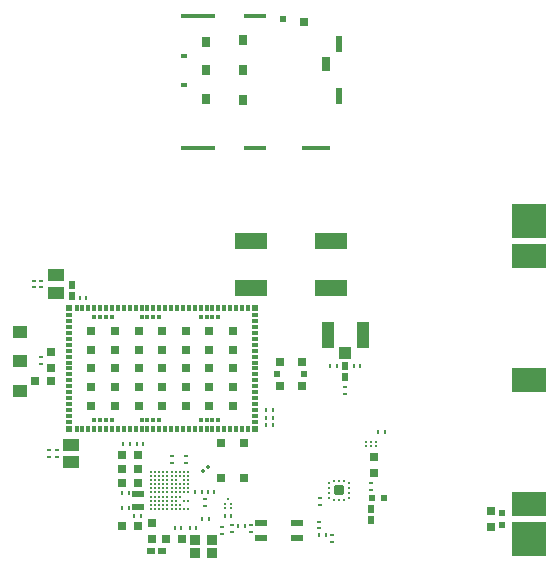
<source format=gtp>
G04*
G04 #@! TF.GenerationSoftware,Altium Limited,Altium Designer,21.0.9 (235)*
G04*
G04 Layer_Color=8421504*
%FSLAX24Y24*%
%MOIN*%
G70*
G04*
G04 #@! TF.SameCoordinates,7913F74A-1B9B-402C-A4C5-A7CF04877313*
G04*
G04*
G04 #@! TF.FilePolarity,Positive*
G04*
G01*
G75*
%ADD23O,0.0091X0.0098*%
%ADD24O,0.0098X0.0091*%
G04:AMPARAMS|DCode=25|XSize=33.5mil|YSize=33.5mil|CornerRadius=4.2mil|HoleSize=0mil|Usage=FLASHONLY|Rotation=180.000|XOffset=0mil|YOffset=0mil|HoleType=Round|Shape=RoundedRectangle|*
%AMROUNDEDRECTD25*
21,1,0.0335,0.0251,0,0,180.0*
21,1,0.0251,0.0335,0,0,180.0*
1,1,0.0084,-0.0125,0.0125*
1,1,0.0084,0.0125,0.0125*
1,1,0.0084,0.0125,-0.0125*
1,1,0.0084,-0.0125,-0.0125*
%
%ADD25ROUNDEDRECTD25*%
%ADD26R,0.0106X0.0118*%
%ADD27R,0.0118X0.0106*%
%ADD28R,0.0551X0.0433*%
%ADD29R,0.0315X0.0295*%
%ADD30R,0.0295X0.0315*%
%ADD31R,0.0197X0.0256*%
%ADD32R,0.0236X0.0197*%
%ADD33R,0.0098X0.0098*%
%ADD34R,0.0394X0.0413*%
%ADD35R,0.0413X0.0866*%
%ADD36R,0.0276X0.0256*%
%ADD37R,0.0472X0.0394*%
%ADD38R,0.0394X0.0197*%
%ADD39C,0.0079*%
%ADD40R,0.0315X0.0295*%
%ADD41R,0.0228X0.0197*%
%ADD42R,0.1083X0.0551*%
%ADD43R,0.1083X0.0547*%
%ADD44R,0.0394X0.0236*%
%ADD45R,0.0276X0.0354*%
%ADD46R,0.0236X0.0118*%
%ADD47R,0.1142X0.0177*%
%ADD48R,0.0748X0.0177*%
%ADD49R,0.0236X0.0236*%
%ADD50R,0.0276X0.0295*%
%ADD51R,0.0197X0.0551*%
%ADD52R,0.0256X0.0472*%
%ADD53R,0.0945X0.0177*%
%ADD54R,0.0315X0.0315*%
%ADD55R,0.0118X0.0118*%
%ADD56R,0.0213X0.0118*%
%ADD57R,0.0118X0.0213*%
%ADD58R,0.0213X0.0213*%
%ADD59R,0.1181X0.1181*%
%ADD60R,0.1181X0.0787*%
%ADD61R,0.0197X0.0236*%
%ADD62R,0.0098X0.0079*%
%ADD63R,0.0256X0.0197*%
%ADD64R,0.0374X0.0335*%
G04:AMPARAMS|DCode=65|XSize=11.8mil|YSize=10.6mil|CornerRadius=0mil|HoleSize=0mil|Usage=FLASHONLY|Rotation=135.000|XOffset=0mil|YOffset=0mil|HoleType=Round|Shape=Rectangle|*
%AMROTATEDRECTD65*
4,1,4,0.0079,-0.0004,0.0004,-0.0079,-0.0079,0.0004,-0.0004,0.0079,0.0079,-0.0004,0.0*
%
%ADD65ROTATEDRECTD65*%

D23*
X13195Y2684D02*
D03*
Y2507D02*
D03*
Y2330D02*
D03*
Y2153D02*
D03*
X12530Y2684D02*
D03*
X12530Y2507D02*
D03*
X12530Y2330D02*
D03*
Y2153D02*
D03*
D24*
X12705Y2751D02*
D03*
X12863D02*
D03*
X13020D02*
D03*
Y2086D02*
D03*
X12863D02*
D03*
X12705D02*
D03*
D25*
X12863Y2419D02*
D03*
D26*
X6342Y3970D02*
D03*
X6118D02*
D03*
X5678D02*
D03*
X5902D02*
D03*
X4445Y8830D02*
D03*
X4221D02*
D03*
X9051Y1555D02*
D03*
X9276D02*
D03*
X14170Y4369D02*
D03*
X14395Y4369D02*
D03*
X12564Y6575D02*
D03*
X12789D02*
D03*
X13352D02*
D03*
X13577D02*
D03*
X7381Y1169D02*
D03*
X7606Y1169D02*
D03*
X8112Y1169D02*
D03*
X7888D02*
D03*
X8527Y1466D02*
D03*
X8302D02*
D03*
X10662Y4600D02*
D03*
X10438D02*
D03*
X10662Y4850D02*
D03*
X10438D02*
D03*
X10662Y5100D02*
D03*
X10438D02*
D03*
X8059Y2353D02*
D03*
X8283D02*
D03*
X6041Y1582D02*
D03*
X6266D02*
D03*
X12193Y929D02*
D03*
X12417D02*
D03*
X9499Y1250D02*
D03*
X9723D02*
D03*
X5862Y1820D02*
D03*
X5638D02*
D03*
X5862Y2340D02*
D03*
X5638D02*
D03*
X8489Y2353D02*
D03*
X8713D02*
D03*
D27*
X2945Y9415D02*
D03*
Y9190D02*
D03*
X2689Y9415D02*
D03*
Y9190D02*
D03*
X2916Y6650D02*
D03*
Y6875D02*
D03*
X3457Y3765D02*
D03*
Y3540D02*
D03*
X3201Y3765D02*
D03*
Y3540D02*
D03*
X13070Y5629D02*
D03*
Y5853D02*
D03*
X13935Y2671D02*
D03*
Y2447D02*
D03*
X9281Y1262D02*
D03*
Y1038D02*
D03*
X8386Y2135D02*
D03*
Y1911D02*
D03*
X8970Y968D02*
D03*
Y1192D02*
D03*
X12193Y1381D02*
D03*
Y1157D02*
D03*
X12633Y707D02*
D03*
X12633Y931D02*
D03*
X12243Y2161D02*
D03*
Y1937D02*
D03*
X7303Y3349D02*
D03*
Y3574D02*
D03*
X7774Y3349D02*
D03*
Y3574D02*
D03*
X9941Y1262D02*
D03*
Y1038D02*
D03*
D28*
X3939Y3948D02*
D03*
Y3357D02*
D03*
X3428Y9597D02*
D03*
Y9007D02*
D03*
D29*
X3270Y7028D02*
D03*
Y6497D02*
D03*
X14037Y3535D02*
D03*
Y3004D02*
D03*
X17920Y1746D02*
D03*
Y1214D02*
D03*
X6633Y816D02*
D03*
Y1347D02*
D03*
D30*
X2729Y6054D02*
D03*
X3260D02*
D03*
X7619Y792D02*
D03*
X7088D02*
D03*
X6156Y1240D02*
D03*
X5624D02*
D03*
X6157Y2684D02*
D03*
X5625D02*
D03*
X5625Y3604D02*
D03*
X6157D02*
D03*
X5625Y3144D02*
D03*
X6157D02*
D03*
D31*
X3949Y8908D02*
D03*
Y9282D02*
D03*
X13935Y1806D02*
D03*
Y1432D02*
D03*
X13071Y6565D02*
D03*
Y6191D02*
D03*
D32*
X14350Y2168D02*
D03*
X13956D02*
D03*
D33*
X13780Y3886D02*
D03*
X13937Y3886D02*
D03*
X14094Y3886D02*
D03*
X13780Y4043D02*
D03*
X13937Y4043D02*
D03*
X14094Y4043D02*
D03*
D34*
X13071Y6998D02*
D03*
D35*
X13652Y7598D02*
D03*
X12490Y7598D02*
D03*
D36*
X9694Y3988D02*
D03*
X8946D02*
D03*
X9694Y2827D02*
D03*
X8946D02*
D03*
D37*
X2244Y5748D02*
D03*
Y6732D02*
D03*
Y7717D02*
D03*
D38*
X6170Y1861D02*
D03*
Y2295D02*
D03*
D39*
X7696Y1802D02*
D03*
X7558D02*
D03*
X7420D02*
D03*
X7282D02*
D03*
X7145D02*
D03*
X7007D02*
D03*
X6869D02*
D03*
X6731D02*
D03*
X6593D02*
D03*
X7558Y1939D02*
D03*
X7420D02*
D03*
X7282D02*
D03*
X7145D02*
D03*
X7007D02*
D03*
X6869D02*
D03*
X6731D02*
D03*
X6593D02*
D03*
X7420Y2077D02*
D03*
X7282D02*
D03*
X7145D02*
D03*
X7007D02*
D03*
X6869D02*
D03*
X6731D02*
D03*
X6593D02*
D03*
X7558Y2215D02*
D03*
X7420D02*
D03*
X7282D02*
D03*
X7145D02*
D03*
X7007D02*
D03*
X6869D02*
D03*
X6731D02*
D03*
X6593D02*
D03*
X7834Y2353D02*
D03*
X7696D02*
D03*
X7558D02*
D03*
X7420D02*
D03*
X7282D02*
D03*
X7145D02*
D03*
X7007D02*
D03*
X6869D02*
D03*
X6731D02*
D03*
X6593D02*
D03*
X7834Y2491D02*
D03*
X7696D02*
D03*
X7558D02*
D03*
X7420D02*
D03*
X7282D02*
D03*
X7145D02*
D03*
X7007D02*
D03*
X6869D02*
D03*
X6731D02*
D03*
X6593D02*
D03*
X7834Y2628D02*
D03*
X7696D02*
D03*
X7558D02*
D03*
X7420D02*
D03*
X7282D02*
D03*
X7145D02*
D03*
X7007D02*
D03*
X6869D02*
D03*
X6731D02*
D03*
X6593D02*
D03*
X7834Y2766D02*
D03*
X7696D02*
D03*
X7420D02*
D03*
X7282D02*
D03*
X7145D02*
D03*
X7007D02*
D03*
X6869D02*
D03*
X6731D02*
D03*
X6593D02*
D03*
X7834Y2904D02*
D03*
X7696D02*
D03*
X7558D02*
D03*
X7420D02*
D03*
X7282D02*
D03*
X7145D02*
D03*
X7007D02*
D03*
X6869D02*
D03*
X6731D02*
D03*
X6593D02*
D03*
X7834Y3042D02*
D03*
X7696D02*
D03*
X7558D02*
D03*
X7420D02*
D03*
X7282D02*
D03*
X7145D02*
D03*
X7007D02*
D03*
X6869D02*
D03*
X6731D02*
D03*
X7834Y1802D02*
D03*
X7696Y2077D02*
D03*
X7834D02*
D03*
X6593Y3042D02*
D03*
D40*
X10881Y5887D02*
D03*
Y6694D02*
D03*
X11629D02*
D03*
Y5887D02*
D03*
D41*
X10799Y6290D02*
D03*
X11712D02*
D03*
D42*
X12589Y9173D02*
D03*
Y10748D02*
D03*
X9931Y9173D02*
D03*
D43*
Y10748D02*
D03*
D44*
X10272Y824D02*
D03*
Y1336D02*
D03*
X11453Y824D02*
D03*
Y1336D02*
D03*
D45*
X9671Y17421D02*
D03*
Y16421D02*
D03*
Y15421D02*
D03*
X8423Y17381D02*
D03*
Y16421D02*
D03*
Y15460D02*
D03*
D46*
X7695Y16901D02*
D03*
Y15940D02*
D03*
D47*
X8147Y18230D02*
D03*
Y13830D02*
D03*
D48*
X10057Y18230D02*
D03*
Y13830D02*
D03*
D49*
X10982Y18141D02*
D03*
D50*
X11691Y18033D02*
D03*
D51*
X12852Y17287D02*
D03*
Y15554D02*
D03*
D52*
X12429Y16637D02*
D03*
D53*
X12084Y13830D02*
D03*
D54*
X9333Y7747D02*
D03*
Y5227D02*
D03*
Y6487D02*
D03*
Y5857D02*
D03*
Y7117D02*
D03*
X8546Y5227D02*
D03*
Y6487D02*
D03*
Y5857D02*
D03*
Y7117D02*
D03*
Y7747D02*
D03*
X6971Y5227D02*
D03*
Y6487D02*
D03*
Y5857D02*
D03*
Y7117D02*
D03*
Y7747D02*
D03*
X7758Y5227D02*
D03*
Y6487D02*
D03*
Y5857D02*
D03*
Y7117D02*
D03*
Y7747D02*
D03*
X6183Y5227D02*
D03*
Y6487D02*
D03*
Y5857D02*
D03*
Y7117D02*
D03*
Y7747D02*
D03*
X5396D02*
D03*
Y7117D02*
D03*
Y5857D02*
D03*
Y6487D02*
D03*
Y5227D02*
D03*
X4609D02*
D03*
Y6487D02*
D03*
Y5857D02*
D03*
Y7117D02*
D03*
Y7747D02*
D03*
D55*
X8644Y4774D02*
D03*
X8447D02*
D03*
X8841D02*
D03*
X8250D02*
D03*
X6282D02*
D03*
X6676D02*
D03*
X6479D02*
D03*
X6872D02*
D03*
X5298D02*
D03*
X4904D02*
D03*
X5101D02*
D03*
X4707D02*
D03*
X8644Y8200D02*
D03*
X8447D02*
D03*
X8841D02*
D03*
X8250D02*
D03*
X6282D02*
D03*
X6676D02*
D03*
X6479D02*
D03*
X6872D02*
D03*
X5298D02*
D03*
X4904D02*
D03*
X5101D02*
D03*
X4707D02*
D03*
D56*
X3872Y4715D02*
D03*
X10069Y6093D02*
D03*
X3872Y8259D02*
D03*
Y8062D02*
D03*
Y7865D02*
D03*
Y7668D02*
D03*
Y7471D02*
D03*
Y7274D02*
D03*
Y7078D02*
D03*
Y6881D02*
D03*
Y6684D02*
D03*
Y6487D02*
D03*
Y6290D02*
D03*
Y6093D02*
D03*
Y5896D02*
D03*
Y5700D02*
D03*
Y5503D02*
D03*
Y5306D02*
D03*
Y5109D02*
D03*
Y4912D02*
D03*
X10069Y4715D02*
D03*
Y4912D02*
D03*
Y5109D02*
D03*
Y5306D02*
D03*
Y5503D02*
D03*
Y5700D02*
D03*
Y5896D02*
D03*
Y6290D02*
D03*
Y6487D02*
D03*
Y6684D02*
D03*
Y6881D02*
D03*
Y7078D02*
D03*
Y7274D02*
D03*
Y7471D02*
D03*
Y7668D02*
D03*
Y7865D02*
D03*
Y8062D02*
D03*
Y8259D02*
D03*
D57*
X9825Y4471D02*
D03*
X4117D02*
D03*
X4313D02*
D03*
X4510D02*
D03*
X4707D02*
D03*
X4904D02*
D03*
X5101D02*
D03*
X5298D02*
D03*
X5494D02*
D03*
X5691D02*
D03*
X5888D02*
D03*
X6085D02*
D03*
X6282D02*
D03*
X6479D02*
D03*
X6676D02*
D03*
X6872D02*
D03*
X7069D02*
D03*
X7266D02*
D03*
X7463D02*
D03*
X7660D02*
D03*
X7857D02*
D03*
X8054D02*
D03*
X8250D02*
D03*
X8447D02*
D03*
X8644D02*
D03*
X8841D02*
D03*
X9038D02*
D03*
X9235D02*
D03*
X9431D02*
D03*
X9628D02*
D03*
X9825Y8503D02*
D03*
X9628D02*
D03*
X9431D02*
D03*
X9235D02*
D03*
X9038D02*
D03*
X8841D02*
D03*
X8644D02*
D03*
X8447D02*
D03*
X8250D02*
D03*
X8054D02*
D03*
X7857D02*
D03*
X7660D02*
D03*
X7463D02*
D03*
X7266D02*
D03*
X7069D02*
D03*
X6872D02*
D03*
X6676D02*
D03*
X6479D02*
D03*
X6282D02*
D03*
X6085D02*
D03*
X5888D02*
D03*
X5691D02*
D03*
X5494D02*
D03*
X5298D02*
D03*
X5101D02*
D03*
X4904D02*
D03*
X4707D02*
D03*
X4510D02*
D03*
X4313D02*
D03*
X4117D02*
D03*
D58*
X10069Y4471D02*
D03*
X3872D02*
D03*
X10069Y8503D02*
D03*
X3872D02*
D03*
D59*
X19193Y11417D02*
D03*
Y787D02*
D03*
D60*
Y1969D02*
D03*
Y10236D02*
D03*
Y6102D02*
D03*
D61*
X18300Y1283D02*
D03*
Y1677D02*
D03*
D62*
X9065Y1821D02*
D03*
Y1978D02*
D03*
X9262Y1821D02*
D03*
Y1978D02*
D03*
X9163Y2136D02*
D03*
D63*
X6594Y402D02*
D03*
X6968D02*
D03*
D64*
X8635Y324D02*
D03*
Y776D02*
D03*
X8065Y776D02*
D03*
X8065Y324D02*
D03*
D65*
X8324Y3060D02*
D03*
X8483Y3218D02*
D03*
M02*

</source>
